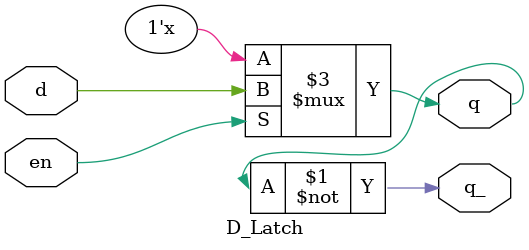
<source format=v>
`timescale 1ns / 1ps


module D_Latch(
    q,
    q_,
    en,
    d
    );
    
    output reg q;
    output q_;
    input en;
    input d;
    
    assign q_ = ~q;
    
    always@(*)
    begin
        if(en)
            q <= d;
    end
endmodule

</source>
